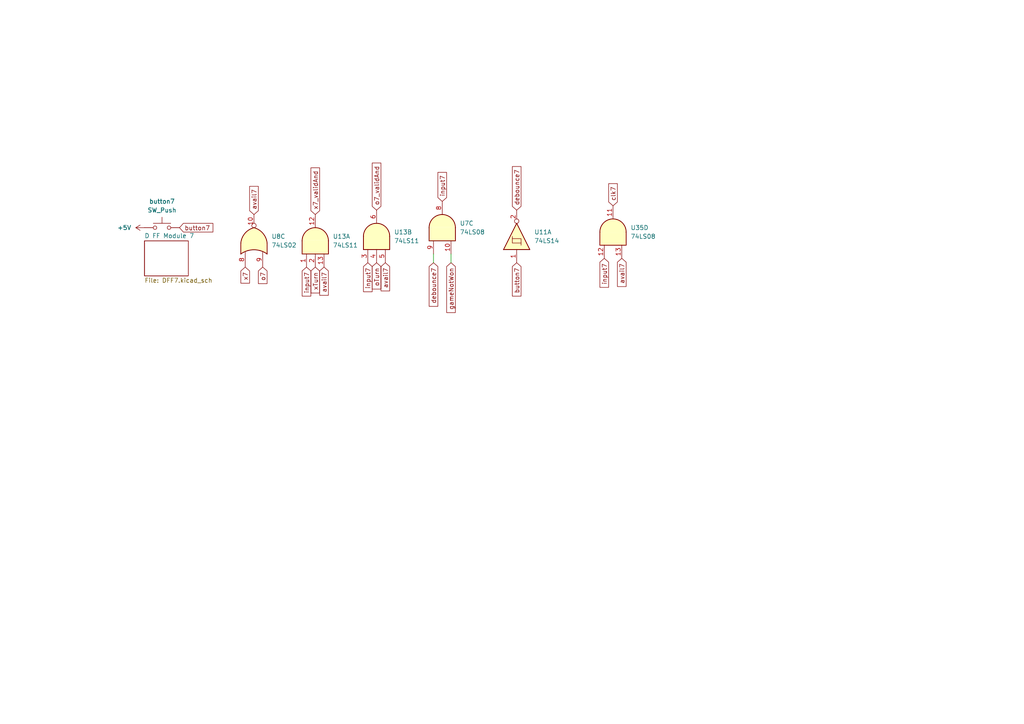
<source format=kicad_sch>
(kicad_sch
	(version 20250114)
	(generator "eeschema")
	(generator_version "9.0")
	(uuid "ecc926be-ca33-4adb-bca6-9f5bee590cbc")
	(paper "A4")
	(lib_symbols
		(symbol "74xx:74LS02"
			(pin_names
				(offset 1.016)
			)
			(exclude_from_sim no)
			(in_bom yes)
			(on_board yes)
			(property "Reference" "U"
				(at 0 1.27 0)
				(effects
					(font
						(size 1.27 1.27)
					)
				)
			)
			(property "Value" "74LS02"
				(at 0 -1.27 0)
				(effects
					(font
						(size 1.27 1.27)
					)
				)
			)
			(property "Footprint" ""
				(at 0 0 0)
				(effects
					(font
						(size 1.27 1.27)
					)
					(hide yes)
				)
			)
			(property "Datasheet" "http://www.ti.com/lit/gpn/sn74ls02"
				(at 0 0 0)
				(effects
					(font
						(size 1.27 1.27)
					)
					(hide yes)
				)
			)
			(property "Description" "quad 2-input NOR gate"
				(at 0 0 0)
				(effects
					(font
						(size 1.27 1.27)
					)
					(hide yes)
				)
			)
			(property "ki_locked" ""
				(at 0 0 0)
				(effects
					(font
						(size 1.27 1.27)
					)
				)
			)
			(property "ki_keywords" "TTL Nor2"
				(at 0 0 0)
				(effects
					(font
						(size 1.27 1.27)
					)
					(hide yes)
				)
			)
			(property "ki_fp_filters" "SO14* DIP*W7.62mm*"
				(at 0 0 0)
				(effects
					(font
						(size 1.27 1.27)
					)
					(hide yes)
				)
			)
			(symbol "74LS02_1_1"
				(arc
					(start -3.81 3.81)
					(mid -2.589 0)
					(end -3.81 -3.81)
					(stroke
						(width 0.254)
						(type default)
					)
					(fill
						(type none)
					)
				)
				(polyline
					(pts
						(xy -3.81 3.81) (xy -0.635 3.81)
					)
					(stroke
						(width 0.254)
						(type default)
					)
					(fill
						(type background)
					)
				)
				(polyline
					(pts
						(xy -3.81 -3.81) (xy -0.635 -3.81)
					)
					(stroke
						(width 0.254)
						(type default)
					)
					(fill
						(type background)
					)
				)
				(arc
					(start 3.81 0)
					(mid 2.1855 -2.584)
					(end -0.6096 -3.81)
					(stroke
						(width 0.254)
						(type default)
					)
					(fill
						(type background)
					)
				)
				(arc
					(start -0.6096 3.81)
					(mid 2.1928 2.5924)
					(end 3.81 0)
					(stroke
						(width 0.254)
						(type default)
					)
					(fill
						(type background)
					)
				)
				(polyline
					(pts
						(xy -0.635 3.81) (xy -3.81 3.81) (xy -3.81 3.81) (xy -3.556 3.4036) (xy -3.0226 2.2606) (xy -2.6924 1.0414)
						(xy -2.6162 -0.254) (xy -2.7686 -1.4986) (xy -3.175 -2.7178) (xy -3.81 -3.81) (xy -3.81 -3.81)
						(xy -0.635 -3.81)
					)
					(stroke
						(width -25.4)
						(type default)
					)
					(fill
						(type background)
					)
				)
				(pin input line
					(at -7.62 2.54 0)
					(length 4.318)
					(name "~"
						(effects
							(font
								(size 1.27 1.27)
							)
						)
					)
					(number "2"
						(effects
							(font
								(size 1.27 1.27)
							)
						)
					)
				)
				(pin input line
					(at -7.62 -2.54 0)
					(length 4.318)
					(name "~"
						(effects
							(font
								(size 1.27 1.27)
							)
						)
					)
					(number "3"
						(effects
							(font
								(size 1.27 1.27)
							)
						)
					)
				)
				(pin output inverted
					(at 7.62 0 180)
					(length 3.81)
					(name "~"
						(effects
							(font
								(size 1.27 1.27)
							)
						)
					)
					(number "1"
						(effects
							(font
								(size 1.27 1.27)
							)
						)
					)
				)
			)
			(symbol "74LS02_1_2"
				(arc
					(start 0 3.81)
					(mid 3.7934 0)
					(end 0 -3.81)
					(stroke
						(width 0.254)
						(type default)
					)
					(fill
						(type background)
					)
				)
				(polyline
					(pts
						(xy 0 3.81) (xy -3.81 3.81) (xy -3.81 -3.81) (xy 0 -3.81)
					)
					(stroke
						(width 0.254)
						(type default)
					)
					(fill
						(type background)
					)
				)
				(pin input inverted
					(at -7.62 2.54 0)
					(length 3.81)
					(name "~"
						(effects
							(font
								(size 1.27 1.27)
							)
						)
					)
					(number "2"
						(effects
							(font
								(size 1.27 1.27)
							)
						)
					)
				)
				(pin input inverted
					(at -7.62 -2.54 0)
					(length 3.81)
					(name "~"
						(effects
							(font
								(size 1.27 1.27)
							)
						)
					)
					(number "3"
						(effects
							(font
								(size 1.27 1.27)
							)
						)
					)
				)
				(pin output line
					(at 7.62 0 180)
					(length 3.81)
					(name "~"
						(effects
							(font
								(size 1.27 1.27)
							)
						)
					)
					(number "1"
						(effects
							(font
								(size 1.27 1.27)
							)
						)
					)
				)
			)
			(symbol "74LS02_2_1"
				(arc
					(start -3.81 3.81)
					(mid -2.589 0)
					(end -3.81 -3.81)
					(stroke
						(width 0.254)
						(type default)
					)
					(fill
						(type none)
					)
				)
				(polyline
					(pts
						(xy -3.81 3.81) (xy -0.635 3.81)
					)
					(stroke
						(width 0.254)
						(type default)
					)
					(fill
						(type background)
					)
				)
				(polyline
					(pts
						(xy -3.81 -3.81) (xy -0.635 -3.81)
					)
					(stroke
						(width 0.254)
						(type default)
					)
					(fill
						(type background)
					)
				)
				(arc
					(start 3.81 0)
					(mid 2.1855 -2.584)
					(end -0.6096 -3.81)
					(stroke
						(width 0.254)
						(type default)
					)
					(fill
						(type background)
					)
				)
				(arc
					(start -0.6096 3.81)
					(mid 2.1928 2.5924)
					(end 3.81 0)
					(stroke
						(width 0.254)
						(type default)
					)
					(fill
						(type background)
					)
				)
				(polyline
					(pts
						(xy -0.635 3.81) (xy -3.81 3.81) (xy -3.81 3.81) (xy -3.556 3.4036) (xy -3.0226 2.2606) (xy -2.6924 1.0414)
						(xy -2.6162 -0.254) (xy -2.7686 -1.4986) (xy -3.175 -2.7178) (xy -3.81 -3.81) (xy -3.81 -3.81)
						(xy -0.635 -3.81)
					)
					(stroke
						(width -25.4)
						(type default)
					)
					(fill
						(type background)
					)
				)
				(pin input line
					(at -7.62 2.54 0)
					(length 4.318)
					(name "~"
						(effects
							(font
								(size 1.27 1.27)
							)
						)
					)
					(number "5"
						(effects
							(font
								(size 1.27 1.27)
							)
						)
					)
				)
				(pin input line
					(at -7.62 -2.54 0)
					(length 4.318)
					(name "~"
						(effects
							(font
								(size 1.27 1.27)
							)
						)
					)
					(number "6"
						(effects
							(font
								(size 1.27 1.27)
							)
						)
					)
				)
				(pin output inverted
					(at 7.62 0 180)
					(length 3.81)
					(name "~"
						(effects
							(font
								(size 1.27 1.27)
							)
						)
					)
					(number "4"
						(effects
							(font
								(size 1.27 1.27)
							)
						)
					)
				)
			)
			(symbol "74LS02_2_2"
				(arc
					(start 0 3.81)
					(mid 3.7934 0)
					(end 0 -3.81)
					(stroke
						(width 0.254)
						(type default)
					)
					(fill
						(type background)
					)
				)
				(polyline
					(pts
						(xy 0 3.81) (xy -3.81 3.81) (xy -3.81 -3.81) (xy 0 -3.81)
					)
					(stroke
						(width 0.254)
						(type default)
					)
					(fill
						(type background)
					)
				)
				(pin input inverted
					(at -7.62 2.54 0)
					(length 3.81)
					(name "~"
						(effects
							(font
								(size 1.27 1.27)
							)
						)
					)
					(number "5"
						(effects
							(font
								(size 1.27 1.27)
							)
						)
					)
				)
				(pin input inverted
					(at -7.62 -2.54 0)
					(length 3.81)
					(name "~"
						(effects
							(font
								(size 1.27 1.27)
							)
						)
					)
					(number "6"
						(effects
							(font
								(size 1.27 1.27)
							)
						)
					)
				)
				(pin output line
					(at 7.62 0 180)
					(length 3.81)
					(name "~"
						(effects
							(font
								(size 1.27 1.27)
							)
						)
					)
					(number "4"
						(effects
							(font
								(size 1.27 1.27)
							)
						)
					)
				)
			)
			(symbol "74LS02_3_1"
				(arc
					(start -3.81 3.81)
					(mid -2.589 0)
					(end -3.81 -3.81)
					(stroke
						(width 0.254)
						(type default)
					)
					(fill
						(type none)
					)
				)
				(polyline
					(pts
						(xy -3.81 3.81) (xy -0.635 3.81)
					)
					(stroke
						(width 0.254)
						(type default)
					)
					(fill
						(type background)
					)
				)
				(polyline
					(pts
						(xy -3.81 -3.81) (xy -0.635 -3.81)
					)
					(stroke
						(width 0.254)
						(type default)
					)
					(fill
						(type background)
					)
				)
				(arc
					(start 3.81 0)
					(mid 2.1855 -2.584)
					(end -0.6096 -3.81)
					(stroke
						(width 0.254)
						(type default)
					)
					(fill
						(type background)
					)
				)
				(arc
					(start -0.6096 3.81)
					(mid 2.1928 2.5924)
					(end 3.81 0)
					(stroke
						(width 0.254)
						(type default)
					)
					(fill
						(type background)
					)
				)
				(polyline
					(pts
						(xy -0.635 3.81) (xy -3.81 3.81) (xy -3.81 3.81) (xy -3.556 3.4036) (xy -3.0226 2.2606) (xy -2.6924 1.0414)
						(xy -2.6162 -0.254) (xy -2.7686 -1.4986) (xy -3.175 -2.7178) (xy -3.81 -3.81) (xy -3.81 -3.81)
						(xy -0.635 -3.81)
					)
					(stroke
						(width -25.4)
						(type default)
					)
					(fill
						(type background)
					)
				)
				(pin input line
					(at -7.62 2.54 0)
					(length 4.318)
					(name "~"
						(effects
							(font
								(size 1.27 1.27)
							)
						)
					)
					(number "8"
						(effects
							(font
								(size 1.27 1.27)
							)
						)
					)
				)
				(pin input line
					(at -7.62 -2.54 0)
					(length 4.318)
					(name "~"
						(effects
							(font
								(size 1.27 1.27)
							)
						)
					)
					(number "9"
						(effects
							(font
								(size 1.27 1.27)
							)
						)
					)
				)
				(pin output inverted
					(at 7.62 0 180)
					(length 3.81)
					(name "~"
						(effects
							(font
								(size 1.27 1.27)
							)
						)
					)
					(number "10"
						(effects
							(font
								(size 1.27 1.27)
							)
						)
					)
				)
			)
			(symbol "74LS02_3_2"
				(arc
					(start 0 3.81)
					(mid 3.7934 0)
					(end 0 -3.81)
					(stroke
						(width 0.254)
						(type default)
					)
					(fill
						(type background)
					)
				)
				(polyline
					(pts
						(xy 0 3.81) (xy -3.81 3.81) (xy -3.81 -3.81) (xy 0 -3.81)
					)
					(stroke
						(width 0.254)
						(type default)
					)
					(fill
						(type background)
					)
				)
				(pin input inverted
					(at -7.62 2.54 0)
					(length 3.81)
					(name "~"
						(effects
							(font
								(size 1.27 1.27)
							)
						)
					)
					(number "8"
						(effects
							(font
								(size 1.27 1.27)
							)
						)
					)
				)
				(pin input inverted
					(at -7.62 -2.54 0)
					(length 3.81)
					(name "~"
						(effects
							(font
								(size 1.27 1.27)
							)
						)
					)
					(number "9"
						(effects
							(font
								(size 1.27 1.27)
							)
						)
					)
				)
				(pin output line
					(at 7.62 0 180)
					(length 3.81)
					(name "~"
						(effects
							(font
								(size 1.27 1.27)
							)
						)
					)
					(number "10"
						(effects
							(font
								(size 1.27 1.27)
							)
						)
					)
				)
			)
			(symbol "74LS02_4_1"
				(arc
					(start -3.81 3.81)
					(mid -2.589 0)
					(end -3.81 -3.81)
					(stroke
						(width 0.254)
						(type default)
					)
					(fill
						(type none)
					)
				)
				(polyline
					(pts
						(xy -3.81 3.81) (xy -0.635 3.81)
					)
					(stroke
						(width 0.254)
						(type default)
					)
					(fill
						(type background)
					)
				)
				(polyline
					(pts
						(xy -3.81 -3.81) (xy -0.635 -3.81)
					)
					(stroke
						(width 0.254)
						(type default)
					)
					(fill
						(type background)
					)
				)
				(arc
					(start 3.81 0)
					(mid 2.1855 -2.584)
					(end -0.6096 -3.81)
					(stroke
						(width 0.254)
						(type default)
					)
					(fill
						(type background)
					)
				)
				(arc
					(start -0.6096 3.81)
					(mid 2.1928 2.5924)
					(end 3.81 0)
					(stroke
						(width 0.254)
						(type default)
					)
					(fill
						(type background)
					)
				)
				(polyline
					(pts
						(xy -0.635 3.81) (xy -3.81 3.81) (xy -3.81 3.81) (xy -3.556 3.4036) (xy -3.0226 2.2606) (xy -2.6924 1.0414)
						(xy -2.6162 -0.254) (xy -2.7686 -1.4986) (xy -3.175 -2.7178) (xy -3.81 -3.81) (xy -3.81 -3.81)
						(xy -0.635 -3.81)
					)
					(stroke
						(width -25.4)
						(type default)
					)
					(fill
						(type background)
					)
				)
				(pin input line
					(at -7.62 2.54 0)
					(length 4.318)
					(name "~"
						(effects
							(font
								(size 1.27 1.27)
							)
						)
					)
					(number "11"
						(effects
							(font
								(size 1.27 1.27)
							)
						)
					)
				)
				(pin input line
					(at -7.62 -2.54 0)
					(length 4.318)
					(name "~"
						(effects
							(font
								(size 1.27 1.27)
							)
						)
					)
					(number "12"
						(effects
							(font
								(size 1.27 1.27)
							)
						)
					)
				)
				(pin output inverted
					(at 7.62 0 180)
					(length 3.81)
					(name "~"
						(effects
							(font
								(size 1.27 1.27)
							)
						)
					)
					(number "13"
						(effects
							(font
								(size 1.27 1.27)
							)
						)
					)
				)
			)
			(symbol "74LS02_4_2"
				(arc
					(start 0 3.81)
					(mid 3.7934 0)
					(end 0 -3.81)
					(stroke
						(width 0.254)
						(type default)
					)
					(fill
						(type background)
					)
				)
				(polyline
					(pts
						(xy 0 3.81) (xy -3.81 3.81) (xy -3.81 -3.81) (xy 0 -3.81)
					)
					(stroke
						(width 0.254)
						(type default)
					)
					(fill
						(type background)
					)
				)
				(pin input inverted
					(at -7.62 2.54 0)
					(length 3.81)
					(name "~"
						(effects
							(font
								(size 1.27 1.27)
							)
						)
					)
					(number "11"
						(effects
							(font
								(size 1.27 1.27)
							)
						)
					)
				)
				(pin input inverted
					(at -7.62 -2.54 0)
					(length 3.81)
					(name "~"
						(effects
							(font
								(size 1.27 1.27)
							)
						)
					)
					(number "12"
						(effects
							(font
								(size 1.27 1.27)
							)
						)
					)
				)
				(pin output line
					(at 7.62 0 180)
					(length 3.81)
					(name "~"
						(effects
							(font
								(size 1.27 1.27)
							)
						)
					)
					(number "13"
						(effects
							(font
								(size 1.27 1.27)
							)
						)
					)
				)
			)
			(symbol "74LS02_5_0"
				(pin power_in line
					(at 0 12.7 270)
					(length 5.08)
					(name "VCC"
						(effects
							(font
								(size 1.27 1.27)
							)
						)
					)
					(number "14"
						(effects
							(font
								(size 1.27 1.27)
							)
						)
					)
				)
				(pin power_in line
					(at 0 -12.7 90)
					(length 5.08)
					(name "GND"
						(effects
							(font
								(size 1.27 1.27)
							)
						)
					)
					(number "7"
						(effects
							(font
								(size 1.27 1.27)
							)
						)
					)
				)
			)
			(symbol "74LS02_5_1"
				(rectangle
					(start -5.08 7.62)
					(end 5.08 -7.62)
					(stroke
						(width 0.254)
						(type default)
					)
					(fill
						(type background)
					)
				)
			)
			(embedded_fonts no)
		)
		(symbol "74xx:74LS08"
			(pin_names
				(offset 1.016)
			)
			(exclude_from_sim no)
			(in_bom yes)
			(on_board yes)
			(property "Reference" "U"
				(at 0 1.27 0)
				(effects
					(font
						(size 1.27 1.27)
					)
				)
			)
			(property "Value" "74LS08"
				(at 0 -1.27 0)
				(effects
					(font
						(size 1.27 1.27)
					)
				)
			)
			(property "Footprint" ""
				(at 0 0 0)
				(effects
					(font
						(size 1.27 1.27)
					)
					(hide yes)
				)
			)
			(property "Datasheet" "http://www.ti.com/lit/gpn/sn74LS08"
				(at 0 0 0)
				(effects
					(font
						(size 1.27 1.27)
					)
					(hide yes)
				)
			)
			(property "Description" "Quad And2"
				(at 0 0 0)
				(effects
					(font
						(size 1.27 1.27)
					)
					(hide yes)
				)
			)
			(property "ki_locked" ""
				(at 0 0 0)
				(effects
					(font
						(size 1.27 1.27)
					)
				)
			)
			(property "ki_keywords" "TTL and2"
				(at 0 0 0)
				(effects
					(font
						(size 1.27 1.27)
					)
					(hide yes)
				)
			)
			(property "ki_fp_filters" "DIP*W7.62mm*"
				(at 0 0 0)
				(effects
					(font
						(size 1.27 1.27)
					)
					(hide yes)
				)
			)
			(symbol "74LS08_1_1"
				(arc
					(start 0 3.81)
					(mid 3.7934 0)
					(end 0 -3.81)
					(stroke
						(width 0.254)
						(type default)
					)
					(fill
						(type background)
					)
				)
				(polyline
					(pts
						(xy 0 3.81) (xy -3.81 3.81) (xy -3.81 -3.81) (xy 0 -3.81)
					)
					(stroke
						(width 0.254)
						(type default)
					)
					(fill
						(type background)
					)
				)
				(pin input line
					(at -7.62 2.54 0)
					(length 3.81)
					(name "~"
						(effects
							(font
								(size 1.27 1.27)
							)
						)
					)
					(number "1"
						(effects
							(font
								(size 1.27 1.27)
							)
						)
					)
				)
				(pin input line
					(at -7.62 -2.54 0)
					(length 3.81)
					(name "~"
						(effects
							(font
								(size 1.27 1.27)
							)
						)
					)
					(number "2"
						(effects
							(font
								(size 1.27 1.27)
							)
						)
					)
				)
				(pin output line
					(at 7.62 0 180)
					(length 3.81)
					(name "~"
						(effects
							(font
								(size 1.27 1.27)
							)
						)
					)
					(number "3"
						(effects
							(font
								(size 1.27 1.27)
							)
						)
					)
				)
			)
			(symbol "74LS08_1_2"
				(arc
					(start -3.81 3.81)
					(mid -2.589 0)
					(end -3.81 -3.81)
					(stroke
						(width 0.254)
						(type default)
					)
					(fill
						(type none)
					)
				)
				(polyline
					(pts
						(xy -3.81 3.81) (xy -0.635 3.81)
					)
					(stroke
						(width 0.254)
						(type default)
					)
					(fill
						(type background)
					)
				)
				(polyline
					(pts
						(xy -3.81 -3.81) (xy -0.635 -3.81)
					)
					(stroke
						(width 0.254)
						(type default)
					)
					(fill
						(type background)
					)
				)
				(arc
					(start 3.81 0)
					(mid 2.1855 -2.584)
					(end -0.6096 -3.81)
					(stroke
						(width 0.254)
						(type default)
					)
					(fill
						(type background)
					)
				)
				(arc
					(start -0.6096 3.81)
					(mid 2.1928 2.5924)
					(end 3.81 0)
					(stroke
						(width 0.254)
						(type default)
					)
					(fill
						(type background)
					)
				)
				(polyline
					(pts
						(xy -0.635 3.81) (xy -3.81 3.81) (xy -3.81 3.81) (xy -3.556 3.4036) (xy -3.0226 2.2606) (xy -2.6924 1.0414)
						(xy -2.6162 -0.254) (xy -2.7686 -1.4986) (xy -3.175 -2.7178) (xy -3.81 -3.81) (xy -3.81 -3.81)
						(xy -0.635 -3.81)
					)
					(stroke
						(width -25.4)
						(type default)
					)
					(fill
						(type background)
					)
				)
				(pin input inverted
					(at -7.62 2.54 0)
					(length 4.318)
					(name "~"
						(effects
							(font
								(size 1.27 1.27)
							)
						)
					)
					(number "1"
						(effects
							(font
								(size 1.27 1.27)
							)
						)
					)
				)
				(pin input inverted
					(at -7.62 -2.54 0)
					(length 4.318)
					(name "~"
						(effects
							(font
								(size 1.27 1.27)
							)
						)
					)
					(number "2"
						(effects
							(font
								(size 1.27 1.27)
							)
						)
					)
				)
				(pin output inverted
					(at 7.62 0 180)
					(length 3.81)
					(name "~"
						(effects
							(font
								(size 1.27 1.27)
							)
						)
					)
					(number "3"
						(effects
							(font
								(size 1.27 1.27)
							)
						)
					)
				)
			)
			(symbol "74LS08_2_1"
				(arc
					(start 0 3.81)
					(mid 3.7934 0)
					(end 0 -3.81)
					(stroke
						(width 0.254)
						(type default)
					)
					(fill
						(type background)
					)
				)
				(polyline
					(pts
						(xy 0 3.81) (xy -3.81 3.81) (xy -3.81 -3.81) (xy 0 -3.81)
					)
					(stroke
						(width 0.254)
						(type default)
					)
					(fill
						(type background)
					)
				)
				(pin input line
					(at -7.62 2.54 0)
					(length 3.81)
					(name "~"
						(effects
							(font
								(size 1.27 1.27)
							)
						)
					)
					(number "4"
						(effects
							(font
								(size 1.27 1.27)
							)
						)
					)
				)
				(pin input line
					(at -7.62 -2.54 0)
					(length 3.81)
					(name "~"
						(effects
							(font
								(size 1.27 1.27)
							)
						)
					)
					(number "5"
						(effects
							(font
								(size 1.27 1.27)
							)
						)
					)
				)
				(pin output line
					(at 7.62 0 180)
					(length 3.81)
					(name "~"
						(effects
							(font
								(size 1.27 1.27)
							)
						)
					)
					(number "6"
						(effects
							(font
								(size 1.27 1.27)
							)
						)
					)
				)
			)
			(symbol "74LS08_2_2"
				(arc
					(start -3.81 3.81)
					(mid -2.589 0)
					(end -3.81 -3.81)
					(stroke
						(width 0.254)
						(type default)
					)
					(fill
						(type none)
					)
				)
				(polyline
					(pts
						(xy -3.81 3.81) (xy -0.635 3.81)
					)
					(stroke
						(width 0.254)
						(type default)
					)
					(fill
						(type background)
					)
				)
				(polyline
					(pts
						(xy -3.81 -3.81) (xy -0.635 -3.81)
					)
					(stroke
						(width 0.254)
						(type default)
					)
					(fill
						(type background)
					)
				)
				(arc
					(start 3.81 0)
					(mid 2.1855 -2.584)
					(end -0.6096 -3.81)
					(stroke
						(width 0.254)
						(type default)
					)
					(fill
						(type background)
					)
				)
				(arc
					(start -0.6096 3.81)
					(mid 2.1928 2.5924)
					(end 3.81 0)
					(stroke
						(width 0.254)
						(type default)
					)
					(fill
						(type background)
					)
				)
				(polyline
					(pts
						(xy -0.635 3.81) (xy -3.81 3.81) (xy -3.81 3.81) (xy -3.556 3.4036) (xy -3.0226 2.2606) (xy -2.6924 1.0414)
						(xy -2.6162 -0.254) (xy -2.7686 -1.4986) (xy -3.175 -2.7178) (xy -3.81 -3.81) (xy -3.81 -3.81)
						(xy -0.635 -3.81)
					)
					(stroke
						(width -25.4)
						(type default)
					)
					(fill
						(type background)
					)
				)
				(pin input inverted
					(at -7.62 2.54 0)
					(length 4.318)
					(name "~"
						(effects
							(font
								(size 1.27 1.27)
							)
						)
					)
					(number "4"
						(effects
							(font
								(size 1.27 1.27)
							)
						)
					)
				)
				(pin input inverted
					(at -7.62 -2.54 0)
					(length 4.318)
					(name "~"
						(effects
							(font
								(size 1.27 1.27)
							)
						)
					)
					(number "5"
						(effects
							(font
								(size 1.27 1.27)
							)
						)
					)
				)
				(pin output inverted
					(at 7.62 0 180)
					(length 3.81)
					(name "~"
						(effects
							(font
								(size 1.27 1.27)
							)
						)
					)
					(number "6"
						(effects
							(font
								(size 1.27 1.27)
							)
						)
					)
				)
			)
			(symbol "74LS08_3_1"
				(arc
					(start 0 3.81)
					(mid 3.7934 0)
					(end 0 -3.81)
					(stroke
						(width 0.254)
						(type default)
					)
					(fill
						(type background)
					)
				)
				(polyline
					(pts
						(xy 0 3.81) (xy -3.81 3.81) (xy -3.81 -3.81) (xy 0 -3.81)
					)
					(stroke
						(width 0.254)
						(type default)
					)
					(fill
						(type background)
					)
				)
				(pin input line
					(at -7.62 2.54 0)
					(length 3.81)
					(name "~"
						(effects
							(font
								(size 1.27 1.27)
							)
						)
					)
					(number "9"
						(effects
							(font
								(size 1.27 1.27)
							)
						)
					)
				)
				(pin input line
					(at -7.62 -2.54 0)
					(length 3.81)
					(name "~"
						(effects
							(font
								(size 1.27 1.27)
							)
						)
					)
					(number "10"
						(effects
							(font
								(size 1.27 1.27)
							)
						)
					)
				)
				(pin output line
					(at 7.62 0 180)
					(length 3.81)
					(name "~"
						(effects
							(font
								(size 1.27 1.27)
							)
						)
					)
					(number "8"
						(effects
							(font
								(size 1.27 1.27)
							)
						)
					)
				)
			)
			(symbol "74LS08_3_2"
				(arc
					(start -3.81 3.81)
					(mid -2.589 0)
					(end -3.81 -3.81)
					(stroke
						(width 0.254)
						(type default)
					)
					(fill
						(type none)
					)
				)
				(polyline
					(pts
						(xy -3.81 3.81) (xy -0.635 3.81)
					)
					(stroke
						(width 0.254)
						(type default)
					)
					(fill
						(type background)
					)
				)
				(polyline
					(pts
						(xy -3.81 -3.81) (xy -0.635 -3.81)
					)
					(stroke
						(width 0.254)
						(type default)
					)
					(fill
						(type background)
					)
				)
				(arc
					(start 3.81 0)
					(mid 2.1855 -2.584)
					(end -0.6096 -3.81)
					(stroke
						(width 0.254)
						(type default)
					)
					(fill
						(type background)
					)
				)
				(arc
					(start -0.6096 3.81)
					(mid 2.1928 2.5924)
					(end 3.81 0)
					(stroke
						(width 0.254)
						(type default)
					)
					(fill
						(type background)
					)
				)
				(polyline
					(pts
						(xy -0.635 3.81) (xy -3.81 3.81) (xy -3.81 3.81) (xy -3.556 3.4036) (xy -3.0226 2.2606) (xy -2.6924 1.0414)
						(xy -2.6162 -0.254) (xy -2.7686 -1.4986) (xy -3.175 -2.7178) (xy -3.81 -3.81) (xy -3.81 -3.81)
						(xy -0.635 -3.81)
					)
					(stroke
						(width -25.4)
						(type default)
					)
					(fill
						(type background)
					)
				)
				(pin input inverted
					(at -7.62 2.54 0)
					(length 4.318)
					(name "~"
						(effects
							(font
								(size 1.27 1.27)
							)
						)
					)
					(number "9"
						(effects
							(font
								(size 1.27 1.27)
							)
						)
					)
				)
				(pin input inverted
					(at -7.62 -2.54 0)
					(length 4.318)
					(name "~"
						(effects
							(font
								(size 1.27 1.27)
							)
						)
					)
					(number "10"
						(effects
							(font
								(size 1.27 1.27)
							)
						)
					)
				)
				(pin output inverted
					(at 7.62 0 180)
					(length 3.81)
					(name "~"
						(effects
							(font
								(size 1.27 1.27)
							)
						)
					)
					(number "8"
						(effects
							(font
								(size 1.27 1.27)
							)
						)
					)
				)
			)
			(symbol "74LS08_4_1"
				(arc
					(start 0 3.81)
					(mid 3.7934 0)
					(end 0 -3.81)
					(stroke
						(width 0.254)
						(type default)
					)
					(fill
						(type background)
					)
				)
				(polyline
					(pts
						(xy 0 3.81) (xy -3.81 3.81) (xy -3.81 -3.81) (xy 0 -3.81)
					)
					(stroke
						(width 0.254)
						(type default)
					)
					(fill
						(type background)
					)
				)
				(pin input line
					(at -7.62 2.54 0)
					(length 3.81)
					(name "~"
						(effects
							(font
								(size 1.27 1.27)
							)
						)
					)
					(number "12"
						(effects
							(font
								(size 1.27 1.27)
							)
						)
					)
				)
				(pin input line
					(at -7.62 -2.54 0)
					(length 3.81)
					(name "~"
						(effects
							(font
								(size 1.27 1.27)
							)
						)
					)
					(number "13"
						(effects
							(font
								(size 1.27 1.27)
							)
						)
					)
				)
				(pin output line
					(at 7.62 0 180)
					(length 3.81)
					(name "~"
						(effects
							(font
								(size 1.27 1.27)
							)
						)
					)
					(number "11"
						(effects
							(font
								(size 1.27 1.27)
							)
						)
					)
				)
			)
			(symbol "74LS08_4_2"
				(arc
					(start -3.81 3.81)
					(mid -2.589 0)
					(end -3.81 -3.81)
					(stroke
						(width 0.254)
						(type default)
					)
					(fill
						(type none)
					)
				)
				(polyline
					(pts
						(xy -3.81 3.81) (xy -0.635 3.81)
					)
					(stroke
						(width 0.254)
						(type default)
					)
					(fill
						(type background)
					)
				)
				(polyline
					(pts
						(xy -3.81 -3.81) (xy -0.635 -3.81)
					)
					(stroke
						(width 0.254)
						(type default)
					)
					(fill
						(type background)
					)
				)
				(arc
					(start 3.81 0)
					(mid 2.1855 -2.584)
					(end -0.6096 -3.81)
					(stroke
						(width 0.254)
						(type default)
					)
					(fill
						(type background)
					)
				)
				(arc
					(start -0.6096 3.81)
					(mid 2.1928 2.5924)
					(end 3.81 0)
					(stroke
						(width 0.254)
						(type default)
					)
					(fill
						(type background)
					)
				)
				(polyline
					(pts
						(xy -0.635 3.81) (xy -3.81 3.81) (xy -3.81 3.81) (xy -3.556 3.4036) (xy -3.0226 2.2606) (xy -2.6924 1.0414)
						(xy -2.6162 -0.254) (xy -2.7686 -1.4986) (xy -3.175 -2.7178) (xy -3.81 -3.81) (xy -3.81 -3.81)
						(xy -0.635 -3.81)
					)
					(stroke
						(width -25.4)
						(type default)
					)
					(fill
						(type background)
					)
				)
				(pin input inverted
					(at -7.62 2.54 0)
					(length 4.318)
					(name "~"
						(effects
							(font
								(size 1.27 1.27)
							)
						)
					)
					(number "12"
						(effects
							(font
								(size 1.27 1.27)
							)
						)
					)
				)
				(pin input inverted
					(at -7.62 -2.54 0)
					(length 4.318)
					(name "~"
						(effects
							(font
								(size 1.27 1.27)
							)
						)
					)
					(number "13"
						(effects
							(font
								(size 1.27 1.27)
							)
						)
					)
				)
				(pin output inverted
					(at 7.62 0 180)
					(length 3.81)
					(name "~"
						(effects
							(font
								(size 1.27 1.27)
							)
						)
					)
					(number "11"
						(effects
							(font
								(size 1.27 1.27)
							)
						)
					)
				)
			)
			(symbol "74LS08_5_0"
				(pin power_in line
					(at 0 12.7 270)
					(length 5.08)
					(name "VCC"
						(effects
							(font
								(size 1.27 1.27)
							)
						)
					)
					(number "14"
						(effects
							(font
								(size 1.27 1.27)
							)
						)
					)
				)
				(pin power_in line
					(at 0 -12.7 90)
					(length 5.08)
					(name "GND"
						(effects
							(font
								(size 1.27 1.27)
							)
						)
					)
					(number "7"
						(effects
							(font
								(size 1.27 1.27)
							)
						)
					)
				)
			)
			(symbol "74LS08_5_1"
				(rectangle
					(start -5.08 7.62)
					(end 5.08 -7.62)
					(stroke
						(width 0.254)
						(type default)
					)
					(fill
						(type background)
					)
				)
			)
			(embedded_fonts no)
		)
		(symbol "74xx:74LS11"
			(pin_names
				(offset 1.016)
			)
			(exclude_from_sim no)
			(in_bom yes)
			(on_board yes)
			(property "Reference" "U"
				(at 0 1.27 0)
				(effects
					(font
						(size 1.27 1.27)
					)
				)
			)
			(property "Value" "74LS11"
				(at 0 -1.27 0)
				(effects
					(font
						(size 1.27 1.27)
					)
				)
			)
			(property "Footprint" ""
				(at 0 0 0)
				(effects
					(font
						(size 1.27 1.27)
					)
					(hide yes)
				)
			)
			(property "Datasheet" "http://www.ti.com/lit/gpn/sn74LS11"
				(at 0 0 0)
				(effects
					(font
						(size 1.27 1.27)
					)
					(hide yes)
				)
			)
			(property "Description" "Triple 3-input AND"
				(at 0 0 0)
				(effects
					(font
						(size 1.27 1.27)
					)
					(hide yes)
				)
			)
			(property "ki_locked" ""
				(at 0 0 0)
				(effects
					(font
						(size 1.27 1.27)
					)
				)
			)
			(property "ki_keywords" "TTL And3"
				(at 0 0 0)
				(effects
					(font
						(size 1.27 1.27)
					)
					(hide yes)
				)
			)
			(property "ki_fp_filters" "DIP*W7.62mm*"
				(at 0 0 0)
				(effects
					(font
						(size 1.27 1.27)
					)
					(hide yes)
				)
			)
			(symbol "74LS11_1_1"
				(arc
					(start 0 3.81)
					(mid 3.7934 0)
					(end 0 -3.81)
					(stroke
						(width 0.254)
						(type default)
					)
					(fill
						(type background)
					)
				)
				(polyline
					(pts
						(xy 0 3.81) (xy -3.81 3.81) (xy -3.81 -3.81) (xy 0 -3.81)
					)
					(stroke
						(width 0.254)
						(type default)
					)
					(fill
						(type background)
					)
				)
				(pin input line
					(at -7.62 2.54 0)
					(length 3.81)
					(name "~"
						(effects
							(font
								(size 1.27 1.27)
							)
						)
					)
					(number "1"
						(effects
							(font
								(size 1.27 1.27)
							)
						)
					)
				)
				(pin input line
					(at -7.62 0 0)
					(length 3.81)
					(name "~"
						(effects
							(font
								(size 1.27 1.27)
							)
						)
					)
					(number "2"
						(effects
							(font
								(size 1.27 1.27)
							)
						)
					)
				)
				(pin input line
					(at -7.62 -2.54 0)
					(length 3.81)
					(name "~"
						(effects
							(font
								(size 1.27 1.27)
							)
						)
					)
					(number "13"
						(effects
							(font
								(size 1.27 1.27)
							)
						)
					)
				)
				(pin output line
					(at 7.62 0 180)
					(length 3.81)
					(name "~"
						(effects
							(font
								(size 1.27 1.27)
							)
						)
					)
					(number "12"
						(effects
							(font
								(size 1.27 1.27)
							)
						)
					)
				)
			)
			(symbol "74LS11_1_2"
				(arc
					(start -3.81 3.81)
					(mid -2.589 0)
					(end -3.81 -3.81)
					(stroke
						(width 0.254)
						(type default)
					)
					(fill
						(type none)
					)
				)
				(polyline
					(pts
						(xy -3.81 3.81) (xy -0.635 3.81)
					)
					(stroke
						(width 0.254)
						(type default)
					)
					(fill
						(type background)
					)
				)
				(polyline
					(pts
						(xy -3.81 -3.81) (xy -0.635 -3.81)
					)
					(stroke
						(width 0.254)
						(type default)
					)
					(fill
						(type background)
					)
				)
				(arc
					(start 3.81 0)
					(mid 2.1855 -2.584)
					(end -0.6096 -3.81)
					(stroke
						(width 0.254)
						(type default)
					)
					(fill
						(type background)
					)
				)
				(arc
					(start -0.6096 3.81)
					(mid 2.1928 2.5924)
					(end 3.81 0)
					(stroke
						(width 0.254)
						(type default)
					)
					(fill
						(type background)
					)
				)
				(polyline
					(pts
						(xy -0.635 3.81) (xy -3.81 3.81) (xy -3.81 3.81) (xy -3.556 3.4036) (xy -3.0226 2.2606) (xy -2.6924 1.0414)
						(xy -2.6162 -0.254) (xy -2.7686 -1.4986) (xy -3.175 -2.7178) (xy -3.81 -3.81) (xy -3.81 -3.81)
						(xy -0.635 -3.81)
					)
					(stroke
						(width -25.4)
						(type default)
					)
					(fill
						(type background)
					)
				)
				(pin input inverted
					(at -7.62 2.54 0)
					(length 4.318)
					(name "~"
						(effects
							(font
								(size 1.27 1.27)
							)
						)
					)
					(number "1"
						(effects
							(font
								(size 1.27 1.27)
							)
						)
					)
				)
				(pin input inverted
					(at -7.62 0 0)
					(length 4.953)
					(name "~"
						(effects
							(font
								(size 1.27 1.27)
							)
						)
					)
					(number "2"
						(effects
							(font
								(size 1.27 1.27)
							)
						)
					)
				)
				(pin input inverted
					(at -7.62 -2.54 0)
					(length 4.318)
					(name "~"
						(effects
							(font
								(size 1.27 1.27)
							)
						)
					)
					(number "13"
						(effects
							(font
								(size 1.27 1.27)
							)
						)
					)
				)
				(pin output inverted
					(at 7.62 0 180)
					(length 3.81)
					(name "~"
						(effects
							(font
								(size 1.27 1.27)
							)
						)
					)
					(number "12"
						(effects
							(font
								(size 1.27 1.27)
							)
						)
					)
				)
			)
			(symbol "74LS11_2_1"
				(arc
					(start 0 3.81)
					(mid 3.7934 0)
					(end 0 -3.81)
					(stroke
						(width 0.254)
						(type default)
					)
					(fill
						(type background)
					)
				)
				(polyline
					(pts
						(xy 0 3.81) (xy -3.81 3.81) (xy -3.81 -3.81) (xy 0 -3.81)
					)
					(stroke
						(width 0.254)
						(type default)
					)
					(fill
						(type background)
					)
				)
				(pin input line
					(at -7.62 2.54 0)
					(length 3.81)
					(name "~"
						(effects
							(font
								(size 1.27 1.27)
							)
						)
					)
					(number "3"
						(effects
							(font
								(size 1.27 1.27)
							)
						)
					)
				)
				(pin input line
					(at -7.62 0 0)
					(length 3.81)
					(name "~"
						(effects
							(font
								(size 1.27 1.27)
							)
						)
					)
					(number "4"
						(effects
							(font
								(size 1.27 1.27)
							)
						)
					)
				)
				(pin input line
					(at -7.62 -2.54 0)
					(length 3.81)
					(name "~"
						(effects
							(font
								(size 1.27 1.27)
							)
						)
					)
					(number "5"
						(effects
							(font
								(size 1.27 1.27)
							)
						)
					)
				)
				(pin output line
					(at 7.62 0 180)
					(length 3.81)
					(name "~"
						(effects
							(font
								(size 1.27 1.27)
							)
						)
					)
					(number "6"
						(effects
							(font
								(size 1.27 1.27)
							)
						)
					)
				)
			)
			(symbol "74LS11_2_2"
				(arc
					(start -3.81 3.81)
					(mid -2.589 0)
					(end -3.81 -3.81)
					(stroke
						(width 0.254)
						(type default)
					)
					(fill
						(type none)
					)
				)
				(polyline
					(pts
						(xy -3.81 3.81) (xy -0.635 3.81)
					)
					(stroke
						(width 0.254)
						(type default)
					)
					(fill
						(type background)
					)
				)
				(polyline
					(pts
						(xy -3.81 -3.81) (xy -0.635 -3.81)
					)
					(stroke
						(width 0.254)
						(type default)
					)
					(fill
						(type background)
					)
				)
				(arc
					(start 3.81 0)
					(mid 2.1855 -2.584)
					(end -0.6096 -3.81)
					(stroke
						(width 0.254)
						(type default)
					)
					(fill
						(type background)
					)
				)
				(arc
					(start -0.6096 3.81)
					(mid 2.1928 2.5924)
					(end 3.81 0)
					(stroke
						(width 0.254)
						(type default)
					)
					(fill
						(type background)
					)
				)
				(polyline
					(pts
						(xy -0.635 3.81) (xy -3.81 3.81) (xy -3.81 3.81) (xy -3.556 3.4036) (xy -3.0226 2.2606) (xy -2.6924 1.0414)
						(xy -2.6162 -0.254) (xy -2.7686 -1.4986) (xy -3.175 -2.7178) (xy -3.81 -3.81) (xy -3.81 -3.81)
						(xy -0.635 -3.81)
					)
					(stroke
						(width -25.4)
						(type default)
					)
					(fill
						(type background)
					)
				)
				(pin input inverted
					(at -7.62 2.54 0)
					(length 4.318)
					(name "~"
						(effects
							(font
								(size 1.27 1.27)
							)
						)
					)
					(number "3"
						(effects
							(font
								(size 1.27 1.27)
							)
						)
					)
				)
				(pin input inverted
					(at -7.62 0 0)
					(length 4.953)
					(name "~"
						(effects
							(font
								(size 1.27 1.27)
							)
						)
					)
					(number "4"
						(effects
							(font
								(size 1.27 1.27)
							)
						)
					)
				)
				(pin input inverted
					(at -7.62 -2.54 0)
					(length 4.318)
					(name "~"
						(effects
							(font
								(size 1.27 1.27)
							)
						)
					)
					(number "5"
						(effects
							(font
								(size 1.27 1.27)
							)
						)
					)
				)
				(pin output inverted
					(at 7.62 0 180)
					(length 3.81)
					(name "~"
						(effects
							(font
								(size 1.27 1.27)
							)
						)
					)
					(number "6"
						(effects
							(font
								(size 1.27 1.27)
							)
						)
					)
				)
			)
			(symbol "74LS11_3_1"
				(arc
					(start 0 3.81)
					(mid 3.7934 0)
					(end 0 -3.81)
					(stroke
						(width 0.254)
						(type default)
					)
					(fill
						(type background)
					)
				)
				(polyline
					(pts
						(xy 0 3.81) (xy -3.81 3.81) (xy -3.81 -3.81) (xy 0 -3.81)
					)
					(stroke
						(width 0.254)
						(type default)
					)
					(fill
						(type background)
					)
				)
				(pin input line
					(at -7.62 2.54 0)
					(length 3.81)
					(name "~"
						(effects
							(font
								(size 1.27 1.27)
							)
						)
					)
					(number "9"
						(effects
							(font
								(size 1.27 1.27)
							)
						)
					)
				)
				(pin input line
					(at -7.62 0 0)
					(length 3.81)
					(name "~"
						(effects
							(font
								(size 1.27 1.27)
							)
						)
					)
					(number "10"
						(effects
							(font
								(size 1.27 1.27)
							)
						)
					)
				)
				(pin input line
					(at -7.62 -2.54 0)
					(length 3.81)
					(name "~"
						(effects
							(font
								(size 1.27 1.27)
							)
						)
					)
					(number "11"
						(effects
							(font
								(size 1.27 1.27)
							)
						)
					)
				)
				(pin output line
					(at 7.62 0 180)
					(length 3.81)
					(name "~"
						(effects
							(font
								(size 1.27 1.27)
							)
						)
					)
					(number "8"
						(effects
							(font
								(size 1.27 1.27)
							)
						)
					)
				)
			)
			(symbol "74LS11_3_2"
				(arc
					(start -3.81 3.81)
					(mid -2.589 0)
					(end -3.81 -3.81)
					(stroke
						(width 0.254)
						(type default)
					)
					(fill
						(type none)
					)
				)
				(polyline
					(pts
						(xy -3.81 3.81) (xy -0.635 3.81)
					)
					(stroke
						(width 0.254)
						(type default)
					)
					(fill
						(type background)
					)
				)
				(polyline
					(pts
						(xy -3.81 -3.81) (xy -0.635 -3.81)
					)
					(stroke
						(width 0.254)
						(type default)
					)
					(fill
						(type background)
					)
				)
				(arc
					(start 3.81 0)
					(mid 2.1855 -2.584)
					(end -0.6096 -3.81)
					(stroke
						(width 0.254)
						(type default)
					)
					(fill
						(type background)
					)
				)
				(arc
					(start -0.6096 3.81)
					(mid 2.1928 2.5924)
					(end 3.81 0)
					(stroke
						(width 0.254)
						(type default)
					)
					(fill
						(type background)
					)
				)
				(polyline
					(pts
						(xy -0.635 3.81) (xy -3.81 3.81) (xy -3.81 3.81) (xy -3.556 3.4036) (xy -3.0226 2.2606) (xy -2.6924 1.0414)
						(xy -2.6162 -0.254) (xy -2.7686 -1.4986) (xy -3.175 -2.7178) (xy -3.81 -3.81) (xy -3.81 -3.81)
						(xy -0.635 -3.81)
					)
					(stroke
						(width -25.4)
						(type default)
					)
					(fill
						(type background)
					)
				)
				(pin input inverted
					(at -7.62 2.54 0)
					(length 4.318)
					(name "~"
						(effects
							(font
								(size 1.27 1.27)
							)
						)
					)
					(number "9"
						(effects
							(font
								(size 1.27 1.27)
							)
						)
					)
				)
				(pin input inverted
					(at -7.62 0 0)
					(length 4.953)
					(name "~"
						(effects
							(font
								(size 1.27 1.27)
							)
						)
					)
					(number "10"
						(effects
							(font
								(size 1.27 1.27)
							)
						)
					)
				)
				(pin input inverted
					(at -7.62 -2.54 0)
					(length 4.318)
					(name "~"
						(effects
							(font
								(size 1.27 1.27)
							)
						)
					)
					(number "11"
						(effects
							(font
								(size 1.27 1.27)
							)
						)
					)
				)
				(pin output inverted
					(at 7.62 0 180)
					(length 3.81)
					(name "~"
						(effects
							(font
								(size 1.27 1.27)
							)
						)
					)
					(number "8"
						(effects
							(font
								(size 1.27 1.27)
							)
						)
					)
				)
			)
			(symbol "74LS11_4_0"
				(pin power_in line
					(at 0 12.7 270)
					(length 5.08)
					(name "VCC"
						(effects
							(font
								(size 1.27 1.27)
							)
						)
					)
					(number "14"
						(effects
							(font
								(size 1.27 1.27)
							)
						)
					)
				)
				(pin power_in line
					(at 0 -12.7 90)
					(length 5.08)
					(name "GND"
						(effects
							(font
								(size 1.27 1.27)
							)
						)
					)
					(number "7"
						(effects
							(font
								(size 1.27 1.27)
							)
						)
					)
				)
			)
			(symbol "74LS11_4_1"
				(rectangle
					(start -5.08 7.62)
					(end 5.08 -7.62)
					(stroke
						(width 0.254)
						(type default)
					)
					(fill
						(type background)
					)
				)
			)
			(embedded_fonts no)
		)
		(symbol "74xx:74LS14"
			(pin_names
				(offset 1.016)
			)
			(exclude_from_sim no)
			(in_bom yes)
			(on_board yes)
			(property "Reference" "U"
				(at 0 1.27 0)
				(effects
					(font
						(size 1.27 1.27)
					)
				)
			)
			(property "Value" "74LS14"
				(at 0 -1.27 0)
				(effects
					(font
						(size 1.27 1.27)
					)
				)
			)
			(property "Footprint" ""
				(at 0 0 0)
				(effects
					(font
						(size 1.27 1.27)
					)
					(hide yes)
				)
			)
			(property "Datasheet" "http://www.ti.com/lit/gpn/sn74LS14"
				(at 0 0 0)
				(effects
					(font
						(size 1.27 1.27)
					)
					(hide yes)
				)
			)
			(property "Description" "Hex inverter schmitt trigger"
				(at 0 0 0)
				(effects
					(font
						(size 1.27 1.27)
					)
					(hide yes)
				)
			)
			(property "ki_locked" ""
				(at 0 0 0)
				(effects
					(font
						(size 1.27 1.27)
					)
				)
			)
			(property "ki_keywords" "TTL not inverter"
				(at 0 0 0)
				(effects
					(font
						(size 1.27 1.27)
					)
					(hide yes)
				)
			)
			(property "ki_fp_filters" "DIP*W7.62mm*"
				(at 0 0 0)
				(effects
					(font
						(size 1.27 1.27)
					)
					(hide yes)
				)
			)
			(symbol "74LS14_1_0"
				(polyline
					(pts
						(xy -3.81 3.81) (xy -3.81 -3.81) (xy 3.81 0) (xy -3.81 3.81)
					)
					(stroke
						(width 0.254)
						(type default)
					)
					(fill
						(type background)
					)
				)
				(pin input line
					(at -7.62 0 0)
					(length 3.81)
					(name "~"
						(effects
							(font
								(size 1.27 1.27)
							)
						)
					)
					(number "1"
						(effects
							(font
								(size 1.27 1.27)
							)
						)
					)
				)
				(pin output inverted
					(at 7.62 0 180)
					(length 3.81)
					(name "~"
						(effects
							(font
								(size 1.27 1.27)
							)
						)
					)
					(number "2"
						(effects
							(font
								(size 1.27 1.27)
							)
						)
					)
				)
			)
			(symbol "74LS14_1_1"
				(polyline
					(pts
						(xy -2.54 -1.27) (xy -0.635 -1.27) (xy -0.635 1.27) (xy 0 1.27)
					)
					(stroke
						(width 0)
						(type default)
					)
					(fill
						(type none)
					)
				)
				(polyline
					(pts
						(xy -1.905 -1.27) (xy -1.905 1.27) (xy -0.635 1.27)
					)
					(stroke
						(width 0)
						(type default)
					)
					(fill
						(type none)
					)
				)
			)
			(symbol "74LS14_2_0"
				(polyline
					(pts
						(xy -3.81 3.81) (xy -3.81 -3.81) (xy 3.81 0) (xy -3.81 3.81)
					)
					(stroke
						(width 0.254)
						(type default)
					)
					(fill
						(type background)
					)
				)
				(pin input line
					(at -7.62 0 0)
					(length 3.81)
					(name "~"
						(effects
							(font
								(size 1.27 1.27)
							)
						)
					)
					(number "3"
						(effects
							(font
								(size 1.27 1.27)
							)
						)
					)
				)
				(pin output inverted
					(at 7.62 0 180)
					(length 3.81)
					(name "~"
						(effects
							(font
								(size 1.27 1.27)
							)
						)
					)
					(number "4"
						(effects
							(font
								(size 1.27 1.27)
							)
						)
					)
				)
			)
			(symbol "74LS14_2_1"
				(polyline
					(pts
						(xy -2.54 -1.27) (xy -0.635 -1.27) (xy -0.635 1.27) (xy 0 1.27)
					)
					(stroke
						(width 0)
						(type default)
					)
					(fill
						(type none)
					)
				)
				(polyline
					(pts
						(xy -1.905 -1.27) (xy -1.905 1.27) (xy -0.635 1.27)
					)
					(stroke
						(width 0)
						(type default)
					)
					(fill
						(type none)
					)
				)
			)
			(symbol "74LS14_3_0"
				(polyline
					(pts
						(xy -3.81 3.81) (xy -3.81 -3.81) (xy 3.81 0) (xy -3.81 3.81)
					)
					(stroke
						(width 0.254)
						(type default)
					)
					(fill
						(type background)
					)
				)
				(pin input line
					(at -7.62 0 0)
					(length 3.81)
					(name "~"
						(effects
							(font
								(size 1.27 1.27)
							)
						)
					)
					(number "5"
						(effects
							(font
								(size 1.27 1.27)
							)
						)
					)
				)
				(pin output inverted
					(at 7.62 0 180)
					(length 3.81)
					(name "~"
						(effects
							(font
								(size 1.27 1.27)
							)
						)
					)
					(number "6"
						(effects
							(font
								(size 1.27 1.27)
							)
						)
					)
				)
			)
			(symbol "74LS14_3_1"
				(polyline
					(pts
						(xy -2.54 -1.27) (xy -0.635 -1.27) (xy -0.635 1.27) (xy 0 1.27)
					)
					(stroke
						(width 0)
						(type default)
					)
					(fill
						(type none)
					)
				)
				(polyline
					(pts
						(xy -1.905 -1.27) (xy -1.905 1.27) (xy -0.635 1.27)
					)
					(stroke
						(width 0)
						(type default)
					)
					(fill
						(type none)
					)
				)
			)
			(symbol "74LS14_4_0"
				(polyline
					(pts
						(xy -3.81 3.81) (xy -3.81 -3.81) (xy 3.81 0) (xy -3.81 3.81)
					)
					(stroke
						(width 0.254)
						(type default)
					)
					(fill
						(type background)
					)
				)
				(pin input line
					(at -7.62 0 0)
					(length 3.81)
					(name "~"
						(effects
							(font
								(size 1.27 1.27)
							)
						)
					)
					(number "9"
						(effects
							(font
								(size 1.27 1.27)
							)
						)
					)
				)
				(pin output inverted
					(at 7.62 0 180)
					(length 3.81)
					(name "~"
						(effects
							(font
								(size 1.27 1.27)
							)
						)
					)
					(number "8"
						(effects
							(font
								(size 1.27 1.27)
							)
						)
					)
				)
			)
			(symbol "74LS14_4_1"
				(polyline
					(pts
						(xy -2.54 -1.27) (xy -0.635 -1.27) (xy -0.635 1.27) (xy 0 1.27)
					)
					(stroke
						(width 0)
						(type default)
					)
					(fill
						(type none)
					)
				)
				(polyline
					(pts
						(xy -1.905 -1.27) (xy -1.905 1.27) (xy -0.635 1.27)
					)
					(stroke
						(width 0)
						(type default)
					)
					(fill
						(type none)
					)
				)
			)
			(symbol "74LS14_5_0"
				(polyline
					(pts
						(xy -3.81 3.81) (xy -3.81 -3.81) (xy 3.81 0) (xy -3.81 3.81)
					)
					(stroke
						(width 0.254)
						(type default)
					)
					(fill
						(type background)
					)
				)
				(pin input line
					(at -7.62 0 0)
					(length 3.81)
					(name "~"
						(effects
							(font
								(size 1.27 1.27)
							)
						)
					)
					(number "11"
						(effects
							(font
								(size 1.27 1.27)
							)
						)
					)
				)
				(pin output inverted
					(at 7.62 0 180)
					(length 3.81)
					(name "~"
						(effects
							(font
								(size 1.27 1.27)
							)
						)
					)
					(number "10"
						(effects
							(font
								(size 1.27 1.27)
							)
						)
					)
				)
			)
			(symbol "74LS14_5_1"
				(polyline
					(pts
						(xy -2.54 -1.27) (xy -0.635 -1.27) (xy -0.635 1.27) (xy 0 1.27)
					)
					(stroke
						(width 0)
						(type default)
					)
					(fill
						(type none)
					)
				)
				(polyline
					(pts
						(xy -1.905 -1.27) (xy -1.905 1.27) (xy -0.635 1.27)
					)
					(stroke
						(width 0)
						(type default)
					)
					(fill
						(type none)
					)
				)
			)
			(symbol "74LS14_6_0"
				(polyline
					(pts
						(xy -3.81 3.81) (xy -3.81 -3.81) (xy 3.81 0) (xy -3.81 3.81)
					)
					(stroke
						(width 0.254)
						(type default)
					)
					(fill
						(type background)
					)
				)
				(pin input line
					(at -7.62 0 0)
					(length 3.81)
					(name "~"
						(effects
							(font
								(size 1.27 1.27)
							)
						)
					)
					(number "13"
						(effects
							(font
								(size 1.27 1.27)
							)
						)
					)
				)
				(pin output inverted
					(at 7.62 0 180)
					(length 3.81)
					(name "~"
						(effects
							(font
								(size 1.27 1.27)
							)
						)
					)
					(number "12"
						(effects
							(font
								(size 1.27 1.27)
							)
						)
					)
				)
			)
			(symbol "74LS14_6_1"
				(polyline
					(pts
						(xy -2.54 -1.27) (xy -0.635 -1.27) (xy -0.635 1.27) (xy 0 1.27)
					)
					(stroke
						(width 0)
						(type default)
					)
					(fill
						(type none)
					)
				)
				(polyline
					(pts
						(xy -1.905 -1.27) (xy -1.905 1.27) (xy -0.635 1.27)
					)
					(stroke
						(width 0)
						(type default)
					)
					(fill
						(type none)
					)
				)
			)
			(symbol "74LS14_7_0"
				(pin power_in line
					(at 0 12.7 270)
					(length 5.08)
					(name "VCC"
						(effects
							(font
								(size 1.27 1.27)
							)
						)
					)
					(number "14"
						(effects
							(font
								(size 1.27 1.27)
							)
						)
					)
				)
				(pin power_in line
					(at 0 -12.7 90)
					(length 5.08)
					(name "GND"
						(effects
							(font
								(size 1.27 1.27)
							)
						)
					)
					(number "7"
						(effects
							(font
								(size 1.27 1.27)
							)
						)
					)
				)
			)
			(symbol "74LS14_7_1"
				(rectangle
					(start -5.08 7.62)
					(end 5.08 -7.62)
					(stroke
						(width 0.254)
						(type default)
					)
					(fill
						(type background)
					)
				)
			)
			(embedded_fonts no)
		)
		(symbol "Switch:SW_Push"
			(pin_numbers
				(hide yes)
			)
			(pin_names
				(offset 1.016)
				(hide yes)
			)
			(exclude_from_sim no)
			(in_bom yes)
			(on_board yes)
			(property "Reference" "SW"
				(at 1.27 2.54 0)
				(effects
					(font
						(size 1.27 1.27)
					)
					(justify left)
				)
			)
			(property "Value" "SW_Push"
				(at 0 -1.524 0)
				(effects
					(font
						(size 1.27 1.27)
					)
				)
			)
			(property "Footprint" ""
				(at 0 5.08 0)
				(effects
					(font
						(size 1.27 1.27)
					)
					(hide yes)
				)
			)
			(property "Datasheet" "~"
				(at 0 5.08 0)
				(effects
					(font
						(size 1.27 1.27)
					)
					(hide yes)
				)
			)
			(property "Description" "Push button switch, generic, two pins"
				(at 0 0 0)
				(effects
					(font
						(size 1.27 1.27)
					)
					(hide yes)
				)
			)
			(property "ki_keywords" "switch normally-open pushbutton push-button"
				(at 0 0 0)
				(effects
					(font
						(size 1.27 1.27)
					)
					(hide yes)
				)
			)
			(symbol "SW_Push_0_1"
				(circle
					(center -2.032 0)
					(radius 0.508)
					(stroke
						(width 0)
						(type default)
					)
					(fill
						(type none)
					)
				)
				(polyline
					(pts
						(xy 0 1.27) (xy 0 3.048)
					)
					(stroke
						(width 0)
						(type default)
					)
					(fill
						(type none)
					)
				)
				(circle
					(center 2.032 0)
					(radius 0.508)
					(stroke
						(width 0)
						(type default)
					)
					(fill
						(type none)
					)
				)
				(polyline
					(pts
						(xy 2.54 1.27) (xy -2.54 1.27)
					)
					(stroke
						(width 0)
						(type default)
					)
					(fill
						(type none)
					)
				)
				(pin passive line
					(at -5.08 0 0)
					(length 2.54)
					(name "1"
						(effects
							(font
								(size 1.27 1.27)
							)
						)
					)
					(number "1"
						(effects
							(font
								(size 1.27 1.27)
							)
						)
					)
				)
				(pin passive line
					(at 5.08 0 180)
					(length 2.54)
					(name "2"
						(effects
							(font
								(size 1.27 1.27)
							)
						)
					)
					(number "2"
						(effects
							(font
								(size 1.27 1.27)
							)
						)
					)
				)
			)
			(embedded_fonts no)
		)
		(symbol "power:+5V"
			(power)
			(pin_numbers
				(hide yes)
			)
			(pin_names
				(offset 0)
				(hide yes)
			)
			(exclude_from_sim no)
			(in_bom yes)
			(on_board yes)
			(property "Reference" "#PWR"
				(at 0 -3.81 0)
				(effects
					(font
						(size 1.27 1.27)
					)
					(hide yes)
				)
			)
			(property "Value" "+5V"
				(at 0 3.556 0)
				(effects
					(font
						(size 1.27 1.27)
					)
				)
			)
			(property "Footprint" ""
				(at 0 0 0)
				(effects
					(font
						(size 1.27 1.27)
					)
					(hide yes)
				)
			)
			(property "Datasheet" ""
				(at 0 0 0)
				(effects
					(font
						(size 1.27 1.27)
					)
					(hide yes)
				)
			)
			(property "Description" "Power symbol creates a global label with name \"+5V\""
				(at 0 0 0)
				(effects
					(font
						(size 1.27 1.27)
					)
					(hide yes)
				)
			)
			(property "ki_keywords" "global power"
				(at 0 0 0)
				(effects
					(font
						(size 1.27 1.27)
					)
					(hide yes)
				)
			)
			(symbol "+5V_0_1"
				(polyline
					(pts
						(xy -0.762 1.27) (xy 0 2.54)
					)
					(stroke
						(width 0)
						(type default)
					)
					(fill
						(type none)
					)
				)
				(polyline
					(pts
						(xy 0 2.54) (xy 0.762 1.27)
					)
					(stroke
						(width 0)
						(type default)
					)
					(fill
						(type none)
					)
				)
				(polyline
					(pts
						(xy 0 0) (xy 0 2.54)
					)
					(stroke
						(width 0)
						(type default)
					)
					(fill
						(type none)
					)
				)
			)
			(symbol "+5V_1_1"
				(pin power_in line
					(at 0 0 90)
					(length 0)
					(name "~"
						(effects
							(font
								(size 1.27 1.27)
							)
						)
					)
					(number "1"
						(effects
							(font
								(size 1.27 1.27)
							)
						)
					)
				)
			)
			(embedded_fonts no)
		)
	)
	(wire
		(pts
			(xy 125.73 73.66) (xy 125.73 76.2)
		)
		(stroke
			(width 0)
			(type default)
		)
		(uuid "76cc8945-8a4c-4a9e-8fdb-94e4c5f6a028")
	)
	(wire
		(pts
			(xy 130.81 73.66) (xy 130.81 76.2)
		)
		(stroke
			(width 0)
			(type default)
		)
		(uuid "93ec6e08-9a9b-406c-8194-d40c62d569d1")
	)
	(global_label "avail7"
		(shape input)
		(at 180.34 74.93 270)
		(fields_autoplaced yes)
		(effects
			(font
				(size 1.27 1.27)
			)
			(justify right)
		)
		(uuid "09049536-c426-4cc6-9c49-6444bccf3366")
		(property "Intersheetrefs" "${INTERSHEET_REFS}"
			(at 180.34 83.6603 90)
			(effects
				(font
					(size 1.27 1.27)
				)
				(justify right)
				(hide yes)
			)
		)
	)
	(global_label "input7"
		(shape input)
		(at 128.27 58.42 90)
		(fields_autoplaced yes)
		(effects
			(font
				(size 1.27 1.27)
			)
			(justify left)
		)
		(uuid "16a45cfa-bf0c-4ade-8847-83ccd3a3a7f4")
		(property "Intersheetrefs" "${INTERSHEET_REFS}"
			(at 128.27 49.4478 90)
			(effects
				(font
					(size 1.27 1.27)
				)
				(justify left)
				(hide yes)
			)
		)
	)
	(global_label "oTurn"
		(shape input)
		(at 109.22 76.2 270)
		(fields_autoplaced yes)
		(effects
			(font
				(size 1.27 1.27)
			)
			(justify right)
		)
		(uuid "16cbd557-2edb-40f0-9faf-766fcee770db")
		(property "Intersheetrefs" "${INTERSHEET_REFS}"
			(at 109.22 84.386 90)
			(effects
				(font
					(size 1.27 1.27)
				)
				(justify right)
				(hide yes)
			)
		)
	)
	(global_label "avail7"
		(shape input)
		(at 93.98 77.47 270)
		(fields_autoplaced yes)
		(effects
			(font
				(size 1.27 1.27)
			)
			(justify right)
		)
		(uuid "20805ca8-af41-41c5-8fcc-10fdbbe08382")
		(property "Intersheetrefs" "${INTERSHEET_REFS}"
			(at 93.98 86.2003 90)
			(effects
				(font
					(size 1.27 1.27)
				)
				(justify right)
				(hide yes)
			)
		)
	)
	(global_label "o7_validAnd"
		(shape input)
		(at 109.22 60.96 90)
		(fields_autoplaced yes)
		(effects
			(font
				(size 1.27 1.27)
			)
			(justify left)
		)
		(uuid "257cba97-a2f5-484a-917b-564771a169a8")
		(property "Intersheetrefs" "${INTERSHEET_REFS}"
			(at 109.22 46.7265 90)
			(effects
				(font
					(size 1.27 1.27)
				)
				(justify left)
				(hide yes)
			)
		)
	)
	(global_label "input7"
		(shape input)
		(at 175.26 74.93 270)
		(fields_autoplaced yes)
		(effects
			(font
				(size 1.27 1.27)
			)
			(justify right)
		)
		(uuid "29798cf2-ad9f-46be-bf88-a415d17a6c7a")
		(property "Intersheetrefs" "${INTERSHEET_REFS}"
			(at 175.26 83.9022 90)
			(effects
				(font
					(size 1.27 1.27)
				)
				(justify right)
				(hide yes)
			)
		)
	)
	(global_label "xTurn"
		(shape input)
		(at 91.44 77.47 270)
		(fields_autoplaced yes)
		(effects
			(font
				(size 1.27 1.27)
			)
			(justify right)
		)
		(uuid "29c310bd-bf14-41e9-8ea4-8de7ff640324")
		(property "Intersheetrefs" "${INTERSHEET_REFS}"
			(at 91.44 85.5351 90)
			(effects
				(font
					(size 1.27 1.27)
				)
				(justify right)
				(hide yes)
			)
		)
	)
	(global_label "gameNotWon"
		(shape input)
		(at 130.81 76.2 270)
		(fields_autoplaced yes)
		(effects
			(font
				(size 1.27 1.27)
			)
			(justify right)
		)
		(uuid "3159b751-1872-4ec4-87cd-17feb897c2d3")
		(property "Intersheetrefs" "${INTERSHEET_REFS}"
			(at 130.81 91.2197 90)
			(effects
				(font
					(size 1.27 1.27)
				)
				(justify right)
				(hide yes)
			)
		)
	)
	(global_label "button7"
		(shape input)
		(at 52.07 66.04 0)
		(fields_autoplaced yes)
		(effects
			(font
				(size 1.27 1.27)
			)
			(justify left)
		)
		(uuid "5be1462c-273c-4d06-8249-485f5655258a")
		(property "Intersheetrefs" "${INTERSHEET_REFS}"
			(at 62.3121 66.04 0)
			(effects
				(font
					(size 1.27 1.27)
				)
				(justify left)
				(hide yes)
			)
		)
	)
	(global_label "avail7"
		(shape input)
		(at 73.66 62.23 90)
		(fields_autoplaced yes)
		(effects
			(font
				(size 1.27 1.27)
			)
			(justify left)
		)
		(uuid "6bcf2d24-0403-4ab6-9df3-27c3aae50cc6")
		(property "Intersheetrefs" "${INTERSHEET_REFS}"
			(at 73.66 53.4997 90)
			(effects
				(font
					(size 1.27 1.27)
				)
				(justify left)
				(hide yes)
			)
		)
	)
	(global_label "debounce7"
		(shape input)
		(at 125.73 76.2 270)
		(fields_autoplaced yes)
		(effects
			(font
				(size 1.27 1.27)
			)
			(justify right)
		)
		(uuid "75c37e1f-9f57-4a89-bf6b-7486493ce48a")
		(property "Intersheetrefs" "${INTERSHEET_REFS}"
			(at 125.73 89.4055 90)
			(effects
				(font
					(size 1.27 1.27)
				)
				(justify right)
				(hide yes)
			)
		)
	)
	(global_label "input7"
		(shape input)
		(at 88.9 77.47 270)
		(fields_autoplaced yes)
		(effects
			(font
				(size 1.27 1.27)
			)
			(justify right)
		)
		(uuid "8e9b8922-5de3-485f-9a6d-0e9401c8eb8f")
		(property "Intersheetrefs" "${INTERSHEET_REFS}"
			(at 88.9 86.4422 90)
			(effects
				(font
					(size 1.27 1.27)
				)
				(justify right)
				(hide yes)
			)
		)
	)
	(global_label "x7_validAnd"
		(shape input)
		(at 91.44 62.23 90)
		(fields_autoplaced yes)
		(effects
			(font
				(size 1.27 1.27)
			)
			(justify left)
		)
		(uuid "9ab60457-bbd5-4eb7-997e-fc44d7832da5")
		(property "Intersheetrefs" "${INTERSHEET_REFS}"
			(at 91.44 48.1174 90)
			(effects
				(font
					(size 1.27 1.27)
				)
				(justify left)
				(hide yes)
			)
		)
	)
	(global_label "x7"
		(shape input)
		(at 71.12 77.47 270)
		(fields_autoplaced yes)
		(effects
			(font
				(size 1.27 1.27)
			)
			(justify right)
		)
		(uuid "b3a1f26c-b415-4fe1-89aa-d75893dde9a3")
		(property "Intersheetrefs" "${INTERSHEET_REFS}"
			(at 71.12 82.6928 90)
			(effects
				(font
					(size 1.27 1.27)
				)
				(justify right)
				(hide yes)
			)
		)
	)
	(global_label "clk7"
		(shape input)
		(at 177.8 59.69 90)
		(fields_autoplaced yes)
		(effects
			(font
				(size 1.27 1.27)
			)
			(justify left)
		)
		(uuid "b51602dc-bb22-4fdc-b78c-ca6013978186")
		(property "Intersheetrefs" "${INTERSHEET_REFS}"
			(at 177.8 52.7134 90)
			(effects
				(font
					(size 1.27 1.27)
				)
				(justify left)
				(hide yes)
			)
		)
	)
	(global_label "button7"
		(shape input)
		(at 149.86 76.2 270)
		(fields_autoplaced yes)
		(effects
			(font
				(size 1.27 1.27)
			)
			(justify right)
		)
		(uuid "b7a54ab8-fe08-4df3-bf18-01cefe90b4a7")
		(property "Intersheetrefs" "${INTERSHEET_REFS}"
			(at 149.86 86.4421 90)
			(effects
				(font
					(size 1.27 1.27)
				)
				(justify right)
				(hide yes)
			)
		)
	)
	(global_label "o7"
		(shape input)
		(at 76.2 77.47 270)
		(fields_autoplaced yes)
		(effects
			(font
				(size 1.27 1.27)
			)
			(justify right)
		)
		(uuid "d60296bd-a556-4996-97ef-60b748a44b15")
		(property "Intersheetrefs" "${INTERSHEET_REFS}"
			(at 76.2 82.8137 90)
			(effects
				(font
					(size 1.27 1.27)
				)
				(justify right)
				(hide yes)
			)
		)
	)
	(global_label "input7"
		(shape input)
		(at 106.68 76.2 270)
		(fields_autoplaced yes)
		(effects
			(font
				(size 1.27 1.27)
			)
			(justify right)
		)
		(uuid "d6b5edc0-6aad-4ec8-bce6-031b7518d92d")
		(property "Intersheetrefs" "${INTERSHEET_REFS}"
			(at 106.68 85.1722 90)
			(effects
				(font
					(size 1.27 1.27)
				)
				(justify right)
				(hide yes)
			)
		)
	)
	(global_label "avail7"
		(shape input)
		(at 111.76 76.2 270)
		(fields_autoplaced yes)
		(effects
			(font
				(size 1.27 1.27)
			)
			(justify right)
		)
		(uuid "dea6b8bb-4cfb-4826-bf0d-546774b90947")
		(property "Intersheetrefs" "${INTERSHEET_REFS}"
			(at 111.76 84.9303 90)
			(effects
				(font
					(size 1.27 1.27)
				)
				(justify right)
				(hide yes)
			)
		)
	)
	(global_label "debounce7"
		(shape input)
		(at 149.86 60.96 90)
		(fields_autoplaced yes)
		(effects
			(font
				(size 1.27 1.27)
			)
			(justify left)
		)
		(uuid "fbb37697-415a-4c8e-a7b7-a78127007146")
		(property "Intersheetrefs" "${INTERSHEET_REFS}"
			(at 149.86 47.7545 90)
			(effects
				(font
					(size 1.27 1.27)
				)
				(justify left)
				(hide yes)
			)
		)
	)
	(symbol
		(lib_id "74xx:74LS08")
		(at 128.27 66.04 90)
		(unit 3)
		(exclude_from_sim no)
		(in_bom yes)
		(on_board yes)
		(dnp no)
		(fields_autoplaced yes)
		(uuid "16df9595-ad48-4819-a117-2e842d89df5a")
		(property "Reference" "U7"
			(at 133.35 64.7782 90)
			(effects
				(font
					(size 1.27 1.27)
				)
				(justify right)
			)
		)
		(property "Value" "74LS08"
			(at 133.35 67.3182 90)
			(effects
				(font
					(size 1.27 1.27)
				)
				(justify right)
			)
		)
		(property "Footprint" "Package_DIP:DIP-14_W7.62mm"
			(at 128.27 66.04 0)
			(effects
				(font
					(size 1.27 1.27)
				)
				(hide yes)
			)
		)
		(property "Datasheet" "http://www.ti.com/lit/gpn/sn74LS08"
			(at 128.27 66.04 0)
			(effects
				(font
					(size 1.27 1.27)
				)
				(hide yes)
			)
		)
		(property "Description" "Quad And2"
			(at 128.27 66.04 0)
			(effects
				(font
					(size 1.27 1.27)
				)
				(hide yes)
			)
		)
		(pin "6"
			(uuid "fee1ae89-097b-4e14-a241-e2b58a7d282a")
		)
		(pin "10"
			(uuid "8d785a04-279a-47d5-9e64-83560993b4a1")
		)
		(pin "3"
			(uuid "913b8322-5b83-45f4-8fc2-9f02e1ca9bc6")
		)
		(pin "1"
			(uuid "b0d324aa-7efe-48b4-b81d-88f157c0b22e")
		)
		(pin "2"
			(uuid "8af3e861-a423-4137-ae5e-1b4f9abb348e")
		)
		(pin "4"
			(uuid "928b52e3-53ea-4153-807a-5331e86edf73")
		)
		(pin "5"
			(uuid "0b0fd8d0-e0d1-41ac-8126-c653fded310e")
		)
		(pin "9"
			(uuid "84ffdcb4-d739-4df7-8959-c96d09c73aa3")
		)
		(pin "7"
			(uuid "34a707df-0481-4131-b9d5-b61feef856fc")
		)
		(pin "14"
			(uuid "4629710d-79e6-4dd5-aca5-883e69ef5ce2")
		)
		(pin "12"
			(uuid "758b2683-3257-4cca-b085-95ee1675bfbb")
		)
		(pin "13"
			(uuid "8f8984f1-88f8-4e48-9204-244437268734")
		)
		(pin "11"
			(uuid "a38c7600-90a9-4a64-b95b-67c6ffdafcec")
		)
		(pin "8"
			(uuid "9f0a0eaa-d221-44e5-8be1-a4411f1bca2c")
		)
		(instances
			(project "DSD_Project"
				(path "/0f222bc9-c86a-4c26-921d-459394749d18/dd6f697a-9b25-4a4b-aa2f-8d6864c81736"
					(reference "U7")
					(unit 3)
				)
			)
		)
	)
	(symbol
		(lib_id "74xx:74LS11")
		(at 91.44 69.85 90)
		(unit 1)
		(exclude_from_sim no)
		(in_bom yes)
		(on_board yes)
		(dnp no)
		(fields_autoplaced yes)
		(uuid "19e96fb8-cbcf-4d6b-88df-104b33939d4a")
		(property "Reference" "U13"
			(at 96.52 68.5882 90)
			(effects
				(font
					(size 1.27 1.27)
				)
				(justify right)
			)
		)
		(property "Value" "74LS11"
			(at 96.52 71.1282 90)
			(effects
				(font
					(size 1.27 1.27)
				)
				(justify right)
			)
		)
		(property "Footprint" "Package_DIP:DIP-14_W7.62mm"
			(at 91.44 69.85 0)
			(effects
				(font
					(size 1.27 1.27)
				)
				(hide yes)
			)
		)
		(property "Datasheet" "http://www.ti.com/lit/gpn/sn74LS11"
			(at 91.44 69.85 0)
			(effects
				(font
					(size 1.27 1.27)
				)
				(hide yes)
			)
		)
		(property "Description" "Triple 3-input AND"
			(at 91.44 69.85 0)
			(effects
				(font
					(size 1.27 1.27)
				)
				(hide yes)
			)
		)
		(pin "13"
			(uuid "e9835644-ec34-4a24-9207-b1b7ee7f3168")
		)
		(pin "14"
			(uuid "3de74ebc-7466-422c-90c8-a137d73fe174")
		)
		(pin "1"
			(uuid "180f41cc-6f88-4585-b3f6-7c667c23c7d2")
		)
		(pin "3"
			(uuid "dbcd699a-a86a-4c2d-9fd9-2748dfeebe64")
		)
		(pin "12"
			(uuid "54e95ff4-c7b1-41b7-a992-9774278fce9a")
		)
		(pin "8"
			(uuid "9c6890fa-666a-45f2-bc5f-6611b6af1b39")
		)
		(pin "6"
			(uuid "e6ad272f-9be6-476e-bcb7-d836d5ff1f38")
		)
		(pin "9"
			(uuid "675199bf-cf89-4c94-8e3b-fb7f3ee09877")
		)
		(pin "2"
			(uuid "b3df08d3-5825-45d9-9980-9ece35b70e28")
		)
		(pin "5"
			(uuid "a5175cb8-da75-4ef8-a370-215a578eb871")
		)
		(pin "4"
			(uuid "cc626f6c-d65c-46f9-a453-4c5f1b57adeb")
		)
		(pin "10"
			(uuid "b1d8aa25-1968-4c2e-bf14-68ec4caadbbf")
		)
		(pin "11"
			(uuid "0e40d513-4463-4ca3-837d-f56424187ce7")
		)
		(pin "7"
			(uuid "306ed38e-4f47-423d-8306-5e34eaa80ead")
		)
		(instances
			(project "DSD_Project"
				(path "/0f222bc9-c86a-4c26-921d-459394749d18/dd6f697a-9b25-4a4b-aa2f-8d6864c81736"
					(reference "U13")
					(unit 1)
				)
			)
		)
	)
	(symbol
		(lib_id "74xx:74LS11")
		(at 109.22 68.58 90)
		(unit 2)
		(exclude_from_sim no)
		(in_bom yes)
		(on_board yes)
		(dnp no)
		(fields_autoplaced yes)
		(uuid "2f25e65f-db57-4cf6-a57e-f8c7c24f9cf0")
		(property "Reference" "U13"
			(at 114.3 67.3182 90)
			(effects
				(font
					(size 1.27 1.27)
				)
				(justify right)
			)
		)
		(property "Value" "74LS11"
			(at 114.3 69.8582 90)
			(effects
				(font
					(size 1.27 1.27)
				)
				(justify right)
			)
		)
		(property "Footprint" "Package_DIP:DIP-14_W7.62mm"
			(at 109.22 68.58 0)
			(effects
				(font
					(size 1.27 1.27)
				)
				(hide yes)
			)
		)
		(property "Datasheet" "http://www.ti.com/lit/gpn/sn74LS11"
			(at 109.22 68.58 0)
			(effects
				(font
					(size 1.27 1.27)
				)
				(hide yes)
			)
		)
		(property "Description" "Triple 3-input AND"
			(at 109.22 68.58 0)
			(effects
				(font
					(size 1.27 1.27)
				)
				(hide yes)
			)
		)
		(pin "13"
			(uuid "e11fdc8f-f39f-4194-b34c-c8f220f24221")
		)
		(pin "14"
			(uuid "3de74ebc-7466-422c-90c8-a137d73fe175")
		)
		(pin "1"
			(uuid "939c0a4f-d05d-43a5-85bc-3fa634db4a5f")
		)
		(pin "3"
			(uuid "5d1c2138-f0f0-42c7-bb30-80063cf37d29")
		)
		(pin "12"
			(uuid "91fbf10c-4aed-4538-81dc-bd26ae9e9b38")
		)
		(pin "8"
			(uuid "5100f9ab-540a-4583-a087-7c41d14c2a69")
		)
		(pin "6"
			(uuid "7cb73274-b7e3-4d64-8d93-2a97d50012eb")
		)
		(pin "9"
			(uuid "fc9da5fb-c0c8-431c-a992-e938b27ac62c")
		)
		(pin "2"
			(uuid "5b8fe8e3-6b7a-4fb8-b051-3deeb9cc10d2")
		)
		(pin "5"
			(uuid "91eb89f1-9da4-44de-88e7-c8b66426652f")
		)
		(pin "4"
			(uuid "3ba3c3b4-d753-4ef6-a827-6e60bec66d6f")
		)
		(pin "10"
			(uuid "92eb29cb-35cf-4984-ba06-f69f369066bb")
		)
		(pin "11"
			(uuid "fb3af7d7-ef8e-455c-82bb-28ff7d6ee342")
		)
		(pin "7"
			(uuid "306ed38e-4f47-423d-8306-5e34eaa80eae")
		)
		(instances
			(project "DSD_Project"
				(path "/0f222bc9-c86a-4c26-921d-459394749d18/dd6f697a-9b25-4a4b-aa2f-8d6864c81736"
					(reference "U13")
					(unit 2)
				)
			)
		)
	)
	(symbol
		(lib_id "74xx:74LS02")
		(at 73.66 69.85 90)
		(unit 3)
		(exclude_from_sim no)
		(in_bom yes)
		(on_board yes)
		(dnp no)
		(fields_autoplaced yes)
		(uuid "4483b38e-b522-40ea-b767-61c7f9f4aa2e")
		(property "Reference" "U8"
			(at 78.74 68.5799 90)
			(effects
				(font
					(size 1.27 1.27)
				)
				(justify right)
			)
		)
		(property "Value" "74LS02"
			(at 78.74 71.1199 90)
			(effects
				(font
					(size 1.27 1.27)
				)
				(justify right)
			)
		)
		(property "Footprint" "Package_DIP:DIP-14_W7.62mm"
			(at 73.66 69.85 0)
			(effects
				(font
					(size 1.27 1.27)
				)
				(hide yes)
			)
		)
		(property "Datasheet" "http://www.ti.com/lit/gpn/sn74ls02"
			(at 73.66 69.85 0)
			(effects
				(font
					(size 1.27 1.27)
				)
				(hide yes)
			)
		)
		(property "Description" "quad 2-input NOR gate"
			(at 73.66 69.85 0)
			(effects
				(font
					(size 1.27 1.27)
				)
				(hide yes)
			)
		)
		(pin "2"
			(uuid "e34b067c-4f37-4d8c-81e0-67889f42fecd")
		)
		(pin "3"
			(uuid "419cb8ff-5475-45aa-b795-8b9fed785d70")
		)
		(pin "1"
			(uuid "e49a3ce3-dc2d-4ca5-ba6d-85b983ef7ae7")
		)
		(pin "5"
			(uuid "555d71f5-1177-47ae-9741-d41f285ca292")
		)
		(pin "12"
			(uuid "1625b37a-5f61-4a44-9db1-3adf257c37b7")
		)
		(pin "13"
			(uuid "da608f7f-1c30-41b6-bf6a-0add3ae757c8")
		)
		(pin "14"
			(uuid "e483d704-aed5-4fce-b51c-b853aab37611")
		)
		(pin "7"
			(uuid "d879f953-1f3a-4189-96d2-cbeb6d822516")
		)
		(pin "8"
			(uuid "f3c5d6c7-c54a-4a85-8202-81ba77e07737")
		)
		(pin "9"
			(uuid "20f2b38e-68b0-4580-8e77-9870bdecc2c7")
		)
		(pin "6"
			(uuid "0c75dc9f-37ed-4fd2-b043-358994bc8063")
		)
		(pin "4"
			(uuid "cb071af5-c779-4c26-81bc-198c98873430")
		)
		(pin "10"
			(uuid "2d97dad6-646a-4c54-a329-6702ff6ddb36")
		)
		(pin "11"
			(uuid "38268c5b-0726-46fe-80e2-33056c8da9ca")
		)
		(instances
			(project "DSD_Project"
				(path "/0f222bc9-c86a-4c26-921d-459394749d18/dd6f697a-9b25-4a4b-aa2f-8d6864c81736"
					(reference "U8")
					(unit 3)
				)
			)
		)
	)
	(symbol
		(lib_id "74xx:74LS14")
		(at 149.86 68.58 90)
		(unit 1)
		(exclude_from_sim no)
		(in_bom yes)
		(on_board yes)
		(dnp no)
		(fields_autoplaced yes)
		(uuid "48fb9db3-0180-49ff-af7f-96f3fb26ea08")
		(property "Reference" "U11"
			(at 154.94 67.3099 90)
			(effects
				(font
					(size 1.27 1.27)
				)
				(justify right)
			)
		)
		(property "Value" "74LS14"
			(at 154.94 69.8499 90)
			(effects
				(font
					(size 1.27 1.27)
				)
				(justify right)
			)
		)
		(property "Footprint" "Package_DIP:DIP-14_W7.62mm"
			(at 149.86 68.58 0)
			(effects
				(font
					(size 1.27 1.27)
				)
				(hide yes)
			)
		)
		(property "Datasheet" "http://www.ti.com/lit/gpn/sn74LS14"
			(at 149.86 68.58 0)
			(effects
				(font
					(size 1.27 1.27)
				)
				(hide yes)
			)
		)
		(property "Description" "Hex inverter schmitt trigger"
			(at 149.86 68.58 0)
			(effects
				(font
					(size 1.27 1.27)
				)
				(hide yes)
			)
		)
		(pin "5"
			(uuid "51dd260c-c65a-464e-ac5a-ef95e281770e")
		)
		(pin "11"
			(uuid "e1d2c54c-3610-4eeb-8c21-a568d72b56f8")
		)
		(pin "6"
			(uuid "220ea3f2-e2d8-4673-9e3a-2a0413d8b4a9")
		)
		(pin "4"
			(uuid "9ef52445-a9d6-4c0d-9d38-5d4f6bd46d1b")
		)
		(pin "7"
			(uuid "cc1ff51e-fda2-495c-b5dd-97181ee6b38d")
		)
		(pin "1"
			(uuid "417328bf-9176-4197-87d4-8d7f9d4e464b")
		)
		(pin "9"
			(uuid "7e35626c-a2c3-4e7f-9238-18242e3ba880")
		)
		(pin "10"
			(uuid "9e7e7918-f756-476c-9f99-416b83b30183")
		)
		(pin "2"
			(uuid "0b088428-4f9d-4f53-9500-de2bc2bce7e1")
		)
		(pin "13"
			(uuid "06cdd0ce-06bc-4f16-977f-22c888d1d9d3")
		)
		(pin "14"
			(uuid "ca1f4370-ecc1-4302-87bd-bca43ba7ee2a")
		)
		(pin "3"
			(uuid "95c79be4-32b3-4205-8b7e-9f325112d523")
		)
		(pin "8"
			(uuid "0b87c6e6-6929-4b1c-a820-a1e011f9d8a9")
		)
		(pin "12"
			(uuid "cd63674e-8e21-4e8a-a934-651f995dd2b9")
		)
		(instances
			(project "DSD_Project"
				(path "/0f222bc9-c86a-4c26-921d-459394749d18/dd6f697a-9b25-4a4b-aa2f-8d6864c81736"
					(reference "U11")
					(unit 1)
				)
			)
		)
	)
	(symbol
		(lib_id "power:+5V")
		(at 41.91 66.04 90)
		(unit 1)
		(exclude_from_sim no)
		(in_bom yes)
		(on_board yes)
		(dnp no)
		(fields_autoplaced yes)
		(uuid "96f37e6d-a364-445d-839c-1cf05f138fce")
		(property "Reference" "#PWR051"
			(at 45.72 66.04 0)
			(effects
				(font
					(size 1.27 1.27)
				)
				(hide yes)
			)
		)
		(property "Value" "+5V"
			(at 38.1 66.0399 90)
			(effects
				(font
					(size 1.27 1.27)
				)
				(justify left)
			)
		)
		(property "Footprint" ""
			(at 41.91 66.04 0)
			(effects
				(font
					(size 1.27 1.27)
				)
				(hide yes)
			)
		)
		(property "Datasheet" ""
			(at 41.91 66.04 0)
			(effects
				(font
					(size 1.27 1.27)
				)
				(hide yes)
			)
		)
		(property "Description" "Power symbol creates a global label with name \"+5V\""
			(at 41.91 66.04 0)
			(effects
				(font
					(size 1.27 1.27)
				)
				(hide yes)
			)
		)
		(pin "1"
			(uuid "ac84d394-0438-4119-a8bc-9ba43814c21f")
		)
		(instances
			(project "DSD_Project"
				(path "/0f222bc9-c86a-4c26-921d-459394749d18/dd6f697a-9b25-4a4b-aa2f-8d6864c81736"
					(reference "#PWR051")
					(unit 1)
				)
			)
		)
	)
	(symbol
		(lib_id "74xx:74LS08")
		(at 177.8 67.31 90)
		(unit 4)
		(exclude_from_sim no)
		(in_bom yes)
		(on_board yes)
		(dnp no)
		(fields_autoplaced yes)
		(uuid "b1374c1f-65a0-4694-b78b-27694cbab2ad")
		(property "Reference" "U35"
			(at 182.88 66.0482 90)
			(effects
				(font
					(size 1.27 1.27)
				)
				(justify right)
			)
		)
		(property "Value" "74LS08"
			(at 182.88 68.5882 90)
			(effects
				(font
					(size 1.27 1.27)
				)
				(justify right)
			)
		)
		(property "Footprint" "Package_DIP:DIP-14_W7.62mm"
			(at 177.8 67.31 0)
			(effects
				(font
					(size 1.27 1.27)
				)
				(hide yes)
			)
		)
		(property "Datasheet" "http://www.ti.com/lit/gpn/sn74LS08"
			(at 177.8 67.31 0)
			(effects
				(font
					(size 1.27 1.27)
				)
				(hide yes)
			)
		)
		(property "Description" "Quad And2"
			(at 177.8 67.31 0)
			(effects
				(font
					(size 1.27 1.27)
				)
				(hide yes)
			)
		)
		(pin "2"
			(uuid "ba1679bb-1db5-4eb6-a431-e1a02b7138d3")
		)
		(pin "4"
			(uuid "f89898f7-e7f0-4120-be9d-f63a7b3f9d79")
		)
		(pin "10"
			(uuid "0a842d3a-6009-4fce-a92c-e9956ea3b24c")
		)
		(pin "1"
			(uuid "3d70b1dc-e334-4d26-b787-338891cd7a33")
		)
		(pin "3"
			(uuid "67b48eb2-b622-42c6-9392-288b82d62522")
		)
		(pin "5"
			(uuid "5dc7fc30-abf6-4220-a7e0-b8baab490c8c")
		)
		(pin "6"
			(uuid "c732c9b6-9870-4dfe-87ea-bd9ed9f404cd")
		)
		(pin "9"
			(uuid "657c27c2-3a61-4192-9644-e0c4ae86d94e")
		)
		(pin "14"
			(uuid "8691e449-a9bd-44f5-bd12-6148c79ec849")
		)
		(pin "7"
			(uuid "d89b3b5b-2525-4c6d-813d-1f7d8b3a56ec")
		)
		(pin "13"
			(uuid "24fb5f70-7b5e-47a8-95a4-7a86eb5d1587")
		)
		(pin "12"
			(uuid "fc7cfdf3-a22b-47c5-bb6c-4b835382017b")
		)
		(pin "11"
			(uuid "71900e58-63fb-4640-95f9-d2f1d709065e")
		)
		(pin "8"
			(uuid "001ed2c1-3d3c-4d1e-8fab-e6d3cf2364ec")
		)
		(instances
			(project "DSD_Project"
				(path "/0f222bc9-c86a-4c26-921d-459394749d18/dd6f697a-9b25-4a4b-aa2f-8d6864c81736"
					(reference "U35")
					(unit 4)
				)
			)
		)
	)
	(symbol
		(lib_id "Switch:SW_Push")
		(at 46.99 66.04 0)
		(unit 1)
		(exclude_from_sim no)
		(in_bom yes)
		(on_board yes)
		(dnp no)
		(fields_autoplaced yes)
		(uuid "c2b5c63c-ec04-4c80-9a5a-0227b2a8c1a7")
		(property "Reference" "button7"
			(at 46.99 58.42 0)
			(effects
				(font
					(size 1.27 1.27)
				)
			)
		)
		(property "Value" "SW_Push"
			(at 46.99 60.96 0)
			(effects
				(font
					(size 1.27 1.27)
				)
			)
		)
		(property "Footprint" "Button_Switch_THT:SW_PUSH_6mm"
			(at 46.99 60.96 0)
			(effects
				(font
					(size 1.27 1.27)
				)
				(hide yes)
			)
		)
		(property "Datasheet" "~"
			(at 46.99 60.96 0)
			(effects
				(font
					(size 1.27 1.27)
				)
				(hide yes)
			)
		)
		(property "Description" "Push button switch, generic, two pins"
			(at 46.99 66.04 0)
			(effects
				(font
					(size 1.27 1.27)
				)
				(hide yes)
			)
		)
		(pin "2"
			(uuid "d78d3f86-9ab1-421c-aa47-3034ecfd803f")
		)
		(pin "1"
			(uuid "02754748-e279-4592-8f75-b171e990a13c")
		)
		(instances
			(project "DSD_Project"
				(path "/0f222bc9-c86a-4c26-921d-459394749d18/dd6f697a-9b25-4a4b-aa2f-8d6864c81736"
					(reference "button7")
					(unit 1)
				)
			)
		)
	)
	(sheet
		(at 41.91 69.85)
		(size 12.7 10.16)
		(exclude_from_sim no)
		(in_bom yes)
		(on_board yes)
		(dnp no)
		(fields_autoplaced yes)
		(stroke
			(width 0.1524)
			(type solid)
		)
		(fill
			(color 0 0 0 0.0000)
		)
		(uuid "ab8128ca-f35e-4bcc-abfa-8034fc78c413")
		(property "Sheetname" "D FF Module 7"
			(at 41.91 69.1384 0)
			(effects
				(font
					(size 1.27 1.27)
				)
				(justify left bottom)
			)
		)
		(property "Sheetfile" "DFF7.kicad_sch"
			(at 41.91 80.5946 0)
			(effects
				(font
					(size 1.27 1.27)
				)
				(justify left top)
			)
		)
		(instances
			(project "DSD_Project"
				(path "/0f222bc9-c86a-4c26-921d-459394749d18/dd6f697a-9b25-4a4b-aa2f-8d6864c81736"
					(page "15")
				)
			)
		)
	)
)

</source>
